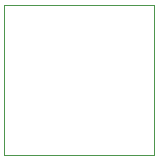
<source format=gbr>
%TF.GenerationSoftware,KiCad,Pcbnew,(6.0.1)*%
%TF.CreationDate,2022-03-20T21:24:39-04:00*%
%TF.ProjectId,jwrr3-usb-5v,6a777272-332d-4757-9362-2d35762e6b69,rev?*%
%TF.SameCoordinates,Original*%
%TF.FileFunction,Profile,NP*%
%FSLAX46Y46*%
G04 Gerber Fmt 4.6, Leading zero omitted, Abs format (unit mm)*
G04 Created by KiCad (PCBNEW (6.0.1)) date 2022-03-20 21:24:39*
%MOMM*%
%LPD*%
G01*
G04 APERTURE LIST*
%TA.AperFunction,Profile*%
%ADD10C,0.100000*%
%TD*%
G04 APERTURE END LIST*
D10*
X114300000Y-63500000D02*
X127000000Y-63500000D01*
X127000000Y-63500000D02*
X127000000Y-76200000D01*
X127000000Y-76200000D02*
X114300000Y-76200000D01*
X114300000Y-76200000D02*
X114300000Y-63500000D01*
M02*

</source>
